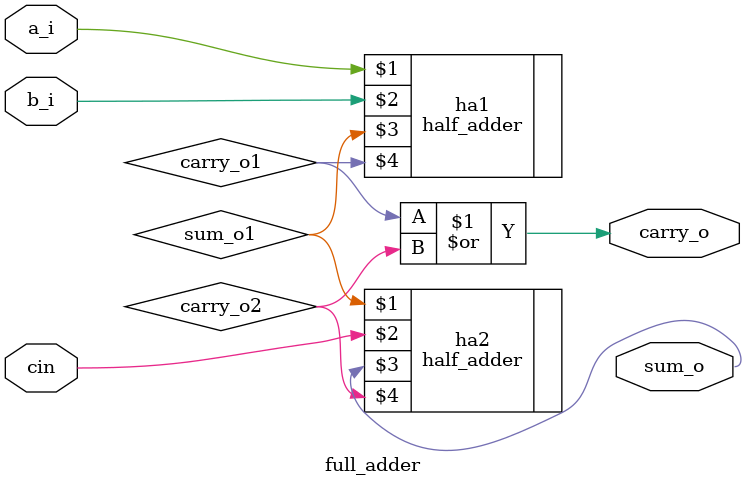
<source format=v>
`include "ha.v"

module full_adder (
    input a_i, b_i, cin,
    output sum_o, carry_o
);

    wire sum_o1, carry_o1, carry_o2;

    half_adder ha1 (a_i, b_i, sum_o1, carry_o1);
    half_adder ha2 (sum_o1, cin, sum_o, carry_o2);

    assign carry_o = carry_o1 | carry_o2;

endmodule
</source>
